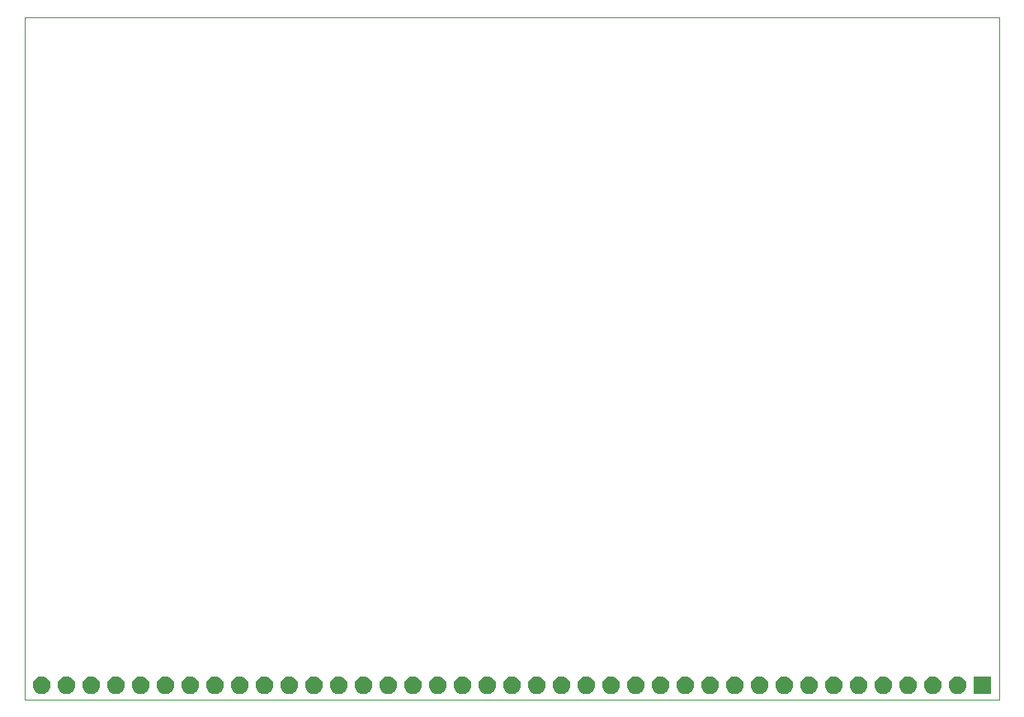
<source format=gbr>
G04 #@! TF.GenerationSoftware,KiCad,Pcbnew,(5.1.5)-3*
G04 #@! TF.CreationDate,2020-05-28T15:24:43-05:00*
G04 #@! TF.ProjectId,TFT Breakout 39P,54465420-4272-4656-916b-6f7574203339,rev?*
G04 #@! TF.SameCoordinates,Original*
G04 #@! TF.FileFunction,Soldermask,Bot*
G04 #@! TF.FilePolarity,Negative*
%FSLAX46Y46*%
G04 Gerber Fmt 4.6, Leading zero omitted, Abs format (unit mm)*
G04 Created by KiCad (PCBNEW (5.1.5)-3) date 2020-05-28 15:24:43*
%MOMM*%
%LPD*%
G04 APERTURE LIST*
G04 #@! TA.AperFunction,Profile*
%ADD10C,0.050000*%
G04 #@! TD*
%ADD11C,0.100000*%
G04 APERTURE END LIST*
D10*
X200000000Y-60000000D02*
X100000000Y-60000000D01*
X200000000Y-130000000D02*
X200000000Y-60000000D01*
X100000000Y-130000000D02*
X100000000Y-60000000D01*
X100000000Y-130000000D02*
X200000000Y-130000000D01*
D11*
G36*
X178053512Y-127603927D02*
G01*
X178202812Y-127633624D01*
X178366784Y-127701544D01*
X178514354Y-127800147D01*
X178639853Y-127925646D01*
X178738456Y-128073216D01*
X178806376Y-128237188D01*
X178841000Y-128411259D01*
X178841000Y-128588741D01*
X178806376Y-128762812D01*
X178738456Y-128926784D01*
X178639853Y-129074354D01*
X178514354Y-129199853D01*
X178366784Y-129298456D01*
X178202812Y-129366376D01*
X178053512Y-129396073D01*
X178028742Y-129401000D01*
X177851258Y-129401000D01*
X177826488Y-129396073D01*
X177677188Y-129366376D01*
X177513216Y-129298456D01*
X177365646Y-129199853D01*
X177240147Y-129074354D01*
X177141544Y-128926784D01*
X177073624Y-128762812D01*
X177039000Y-128588741D01*
X177039000Y-128411259D01*
X177073624Y-128237188D01*
X177141544Y-128073216D01*
X177240147Y-127925646D01*
X177365646Y-127800147D01*
X177513216Y-127701544D01*
X177677188Y-127633624D01*
X177826488Y-127603927D01*
X177851258Y-127599000D01*
X178028742Y-127599000D01*
X178053512Y-127603927D01*
G37*
G36*
X175513512Y-127603927D02*
G01*
X175662812Y-127633624D01*
X175826784Y-127701544D01*
X175974354Y-127800147D01*
X176099853Y-127925646D01*
X176198456Y-128073216D01*
X176266376Y-128237188D01*
X176301000Y-128411259D01*
X176301000Y-128588741D01*
X176266376Y-128762812D01*
X176198456Y-128926784D01*
X176099853Y-129074354D01*
X175974354Y-129199853D01*
X175826784Y-129298456D01*
X175662812Y-129366376D01*
X175513512Y-129396073D01*
X175488742Y-129401000D01*
X175311258Y-129401000D01*
X175286488Y-129396073D01*
X175137188Y-129366376D01*
X174973216Y-129298456D01*
X174825646Y-129199853D01*
X174700147Y-129074354D01*
X174601544Y-128926784D01*
X174533624Y-128762812D01*
X174499000Y-128588741D01*
X174499000Y-128411259D01*
X174533624Y-128237188D01*
X174601544Y-128073216D01*
X174700147Y-127925646D01*
X174825646Y-127800147D01*
X174973216Y-127701544D01*
X175137188Y-127633624D01*
X175286488Y-127603927D01*
X175311258Y-127599000D01*
X175488742Y-127599000D01*
X175513512Y-127603927D01*
G37*
G36*
X199161000Y-129401000D02*
G01*
X197359000Y-129401000D01*
X197359000Y-127599000D01*
X199161000Y-127599000D01*
X199161000Y-129401000D01*
G37*
G36*
X195833512Y-127603927D02*
G01*
X195982812Y-127633624D01*
X196146784Y-127701544D01*
X196294354Y-127800147D01*
X196419853Y-127925646D01*
X196518456Y-128073216D01*
X196586376Y-128237188D01*
X196621000Y-128411259D01*
X196621000Y-128588741D01*
X196586376Y-128762812D01*
X196518456Y-128926784D01*
X196419853Y-129074354D01*
X196294354Y-129199853D01*
X196146784Y-129298456D01*
X195982812Y-129366376D01*
X195833512Y-129396073D01*
X195808742Y-129401000D01*
X195631258Y-129401000D01*
X195606488Y-129396073D01*
X195457188Y-129366376D01*
X195293216Y-129298456D01*
X195145646Y-129199853D01*
X195020147Y-129074354D01*
X194921544Y-128926784D01*
X194853624Y-128762812D01*
X194819000Y-128588741D01*
X194819000Y-128411259D01*
X194853624Y-128237188D01*
X194921544Y-128073216D01*
X195020147Y-127925646D01*
X195145646Y-127800147D01*
X195293216Y-127701544D01*
X195457188Y-127633624D01*
X195606488Y-127603927D01*
X195631258Y-127599000D01*
X195808742Y-127599000D01*
X195833512Y-127603927D01*
G37*
G36*
X193293512Y-127603927D02*
G01*
X193442812Y-127633624D01*
X193606784Y-127701544D01*
X193754354Y-127800147D01*
X193879853Y-127925646D01*
X193978456Y-128073216D01*
X194046376Y-128237188D01*
X194081000Y-128411259D01*
X194081000Y-128588741D01*
X194046376Y-128762812D01*
X193978456Y-128926784D01*
X193879853Y-129074354D01*
X193754354Y-129199853D01*
X193606784Y-129298456D01*
X193442812Y-129366376D01*
X193293512Y-129396073D01*
X193268742Y-129401000D01*
X193091258Y-129401000D01*
X193066488Y-129396073D01*
X192917188Y-129366376D01*
X192753216Y-129298456D01*
X192605646Y-129199853D01*
X192480147Y-129074354D01*
X192381544Y-128926784D01*
X192313624Y-128762812D01*
X192279000Y-128588741D01*
X192279000Y-128411259D01*
X192313624Y-128237188D01*
X192381544Y-128073216D01*
X192480147Y-127925646D01*
X192605646Y-127800147D01*
X192753216Y-127701544D01*
X192917188Y-127633624D01*
X193066488Y-127603927D01*
X193091258Y-127599000D01*
X193268742Y-127599000D01*
X193293512Y-127603927D01*
G37*
G36*
X190753512Y-127603927D02*
G01*
X190902812Y-127633624D01*
X191066784Y-127701544D01*
X191214354Y-127800147D01*
X191339853Y-127925646D01*
X191438456Y-128073216D01*
X191506376Y-128237188D01*
X191541000Y-128411259D01*
X191541000Y-128588741D01*
X191506376Y-128762812D01*
X191438456Y-128926784D01*
X191339853Y-129074354D01*
X191214354Y-129199853D01*
X191066784Y-129298456D01*
X190902812Y-129366376D01*
X190753512Y-129396073D01*
X190728742Y-129401000D01*
X190551258Y-129401000D01*
X190526488Y-129396073D01*
X190377188Y-129366376D01*
X190213216Y-129298456D01*
X190065646Y-129199853D01*
X189940147Y-129074354D01*
X189841544Y-128926784D01*
X189773624Y-128762812D01*
X189739000Y-128588741D01*
X189739000Y-128411259D01*
X189773624Y-128237188D01*
X189841544Y-128073216D01*
X189940147Y-127925646D01*
X190065646Y-127800147D01*
X190213216Y-127701544D01*
X190377188Y-127633624D01*
X190526488Y-127603927D01*
X190551258Y-127599000D01*
X190728742Y-127599000D01*
X190753512Y-127603927D01*
G37*
G36*
X188213512Y-127603927D02*
G01*
X188362812Y-127633624D01*
X188526784Y-127701544D01*
X188674354Y-127800147D01*
X188799853Y-127925646D01*
X188898456Y-128073216D01*
X188966376Y-128237188D01*
X189001000Y-128411259D01*
X189001000Y-128588741D01*
X188966376Y-128762812D01*
X188898456Y-128926784D01*
X188799853Y-129074354D01*
X188674354Y-129199853D01*
X188526784Y-129298456D01*
X188362812Y-129366376D01*
X188213512Y-129396073D01*
X188188742Y-129401000D01*
X188011258Y-129401000D01*
X187986488Y-129396073D01*
X187837188Y-129366376D01*
X187673216Y-129298456D01*
X187525646Y-129199853D01*
X187400147Y-129074354D01*
X187301544Y-128926784D01*
X187233624Y-128762812D01*
X187199000Y-128588741D01*
X187199000Y-128411259D01*
X187233624Y-128237188D01*
X187301544Y-128073216D01*
X187400147Y-127925646D01*
X187525646Y-127800147D01*
X187673216Y-127701544D01*
X187837188Y-127633624D01*
X187986488Y-127603927D01*
X188011258Y-127599000D01*
X188188742Y-127599000D01*
X188213512Y-127603927D01*
G37*
G36*
X185673512Y-127603927D02*
G01*
X185822812Y-127633624D01*
X185986784Y-127701544D01*
X186134354Y-127800147D01*
X186259853Y-127925646D01*
X186358456Y-128073216D01*
X186426376Y-128237188D01*
X186461000Y-128411259D01*
X186461000Y-128588741D01*
X186426376Y-128762812D01*
X186358456Y-128926784D01*
X186259853Y-129074354D01*
X186134354Y-129199853D01*
X185986784Y-129298456D01*
X185822812Y-129366376D01*
X185673512Y-129396073D01*
X185648742Y-129401000D01*
X185471258Y-129401000D01*
X185446488Y-129396073D01*
X185297188Y-129366376D01*
X185133216Y-129298456D01*
X184985646Y-129199853D01*
X184860147Y-129074354D01*
X184761544Y-128926784D01*
X184693624Y-128762812D01*
X184659000Y-128588741D01*
X184659000Y-128411259D01*
X184693624Y-128237188D01*
X184761544Y-128073216D01*
X184860147Y-127925646D01*
X184985646Y-127800147D01*
X185133216Y-127701544D01*
X185297188Y-127633624D01*
X185446488Y-127603927D01*
X185471258Y-127599000D01*
X185648742Y-127599000D01*
X185673512Y-127603927D01*
G37*
G36*
X183133512Y-127603927D02*
G01*
X183282812Y-127633624D01*
X183446784Y-127701544D01*
X183594354Y-127800147D01*
X183719853Y-127925646D01*
X183818456Y-128073216D01*
X183886376Y-128237188D01*
X183921000Y-128411259D01*
X183921000Y-128588741D01*
X183886376Y-128762812D01*
X183818456Y-128926784D01*
X183719853Y-129074354D01*
X183594354Y-129199853D01*
X183446784Y-129298456D01*
X183282812Y-129366376D01*
X183133512Y-129396073D01*
X183108742Y-129401000D01*
X182931258Y-129401000D01*
X182906488Y-129396073D01*
X182757188Y-129366376D01*
X182593216Y-129298456D01*
X182445646Y-129199853D01*
X182320147Y-129074354D01*
X182221544Y-128926784D01*
X182153624Y-128762812D01*
X182119000Y-128588741D01*
X182119000Y-128411259D01*
X182153624Y-128237188D01*
X182221544Y-128073216D01*
X182320147Y-127925646D01*
X182445646Y-127800147D01*
X182593216Y-127701544D01*
X182757188Y-127633624D01*
X182906488Y-127603927D01*
X182931258Y-127599000D01*
X183108742Y-127599000D01*
X183133512Y-127603927D01*
G37*
G36*
X180593512Y-127603927D02*
G01*
X180742812Y-127633624D01*
X180906784Y-127701544D01*
X181054354Y-127800147D01*
X181179853Y-127925646D01*
X181278456Y-128073216D01*
X181346376Y-128237188D01*
X181381000Y-128411259D01*
X181381000Y-128588741D01*
X181346376Y-128762812D01*
X181278456Y-128926784D01*
X181179853Y-129074354D01*
X181054354Y-129199853D01*
X180906784Y-129298456D01*
X180742812Y-129366376D01*
X180593512Y-129396073D01*
X180568742Y-129401000D01*
X180391258Y-129401000D01*
X180366488Y-129396073D01*
X180217188Y-129366376D01*
X180053216Y-129298456D01*
X179905646Y-129199853D01*
X179780147Y-129074354D01*
X179681544Y-128926784D01*
X179613624Y-128762812D01*
X179579000Y-128588741D01*
X179579000Y-128411259D01*
X179613624Y-128237188D01*
X179681544Y-128073216D01*
X179780147Y-127925646D01*
X179905646Y-127800147D01*
X180053216Y-127701544D01*
X180217188Y-127633624D01*
X180366488Y-127603927D01*
X180391258Y-127599000D01*
X180568742Y-127599000D01*
X180593512Y-127603927D01*
G37*
G36*
X104393512Y-127603927D02*
G01*
X104542812Y-127633624D01*
X104706784Y-127701544D01*
X104854354Y-127800147D01*
X104979853Y-127925646D01*
X105078456Y-128073216D01*
X105146376Y-128237188D01*
X105181000Y-128411259D01*
X105181000Y-128588741D01*
X105146376Y-128762812D01*
X105078456Y-128926784D01*
X104979853Y-129074354D01*
X104854354Y-129199853D01*
X104706784Y-129298456D01*
X104542812Y-129366376D01*
X104393512Y-129396073D01*
X104368742Y-129401000D01*
X104191258Y-129401000D01*
X104166488Y-129396073D01*
X104017188Y-129366376D01*
X103853216Y-129298456D01*
X103705646Y-129199853D01*
X103580147Y-129074354D01*
X103481544Y-128926784D01*
X103413624Y-128762812D01*
X103379000Y-128588741D01*
X103379000Y-128411259D01*
X103413624Y-128237188D01*
X103481544Y-128073216D01*
X103580147Y-127925646D01*
X103705646Y-127800147D01*
X103853216Y-127701544D01*
X104017188Y-127633624D01*
X104166488Y-127603927D01*
X104191258Y-127599000D01*
X104368742Y-127599000D01*
X104393512Y-127603927D01*
G37*
G36*
X101853512Y-127603927D02*
G01*
X102002812Y-127633624D01*
X102166784Y-127701544D01*
X102314354Y-127800147D01*
X102439853Y-127925646D01*
X102538456Y-128073216D01*
X102606376Y-128237188D01*
X102641000Y-128411259D01*
X102641000Y-128588741D01*
X102606376Y-128762812D01*
X102538456Y-128926784D01*
X102439853Y-129074354D01*
X102314354Y-129199853D01*
X102166784Y-129298456D01*
X102002812Y-129366376D01*
X101853512Y-129396073D01*
X101828742Y-129401000D01*
X101651258Y-129401000D01*
X101626488Y-129396073D01*
X101477188Y-129366376D01*
X101313216Y-129298456D01*
X101165646Y-129199853D01*
X101040147Y-129074354D01*
X100941544Y-128926784D01*
X100873624Y-128762812D01*
X100839000Y-128588741D01*
X100839000Y-128411259D01*
X100873624Y-128237188D01*
X100941544Y-128073216D01*
X101040147Y-127925646D01*
X101165646Y-127800147D01*
X101313216Y-127701544D01*
X101477188Y-127633624D01*
X101626488Y-127603927D01*
X101651258Y-127599000D01*
X101828742Y-127599000D01*
X101853512Y-127603927D01*
G37*
G36*
X172973512Y-127603927D02*
G01*
X173122812Y-127633624D01*
X173286784Y-127701544D01*
X173434354Y-127800147D01*
X173559853Y-127925646D01*
X173658456Y-128073216D01*
X173726376Y-128237188D01*
X173761000Y-128411259D01*
X173761000Y-128588741D01*
X173726376Y-128762812D01*
X173658456Y-128926784D01*
X173559853Y-129074354D01*
X173434354Y-129199853D01*
X173286784Y-129298456D01*
X173122812Y-129366376D01*
X172973512Y-129396073D01*
X172948742Y-129401000D01*
X172771258Y-129401000D01*
X172746488Y-129396073D01*
X172597188Y-129366376D01*
X172433216Y-129298456D01*
X172285646Y-129199853D01*
X172160147Y-129074354D01*
X172061544Y-128926784D01*
X171993624Y-128762812D01*
X171959000Y-128588741D01*
X171959000Y-128411259D01*
X171993624Y-128237188D01*
X172061544Y-128073216D01*
X172160147Y-127925646D01*
X172285646Y-127800147D01*
X172433216Y-127701544D01*
X172597188Y-127633624D01*
X172746488Y-127603927D01*
X172771258Y-127599000D01*
X172948742Y-127599000D01*
X172973512Y-127603927D01*
G37*
G36*
X170433512Y-127603927D02*
G01*
X170582812Y-127633624D01*
X170746784Y-127701544D01*
X170894354Y-127800147D01*
X171019853Y-127925646D01*
X171118456Y-128073216D01*
X171186376Y-128237188D01*
X171221000Y-128411259D01*
X171221000Y-128588741D01*
X171186376Y-128762812D01*
X171118456Y-128926784D01*
X171019853Y-129074354D01*
X170894354Y-129199853D01*
X170746784Y-129298456D01*
X170582812Y-129366376D01*
X170433512Y-129396073D01*
X170408742Y-129401000D01*
X170231258Y-129401000D01*
X170206488Y-129396073D01*
X170057188Y-129366376D01*
X169893216Y-129298456D01*
X169745646Y-129199853D01*
X169620147Y-129074354D01*
X169521544Y-128926784D01*
X169453624Y-128762812D01*
X169419000Y-128588741D01*
X169419000Y-128411259D01*
X169453624Y-128237188D01*
X169521544Y-128073216D01*
X169620147Y-127925646D01*
X169745646Y-127800147D01*
X169893216Y-127701544D01*
X170057188Y-127633624D01*
X170206488Y-127603927D01*
X170231258Y-127599000D01*
X170408742Y-127599000D01*
X170433512Y-127603927D01*
G37*
G36*
X167893512Y-127603927D02*
G01*
X168042812Y-127633624D01*
X168206784Y-127701544D01*
X168354354Y-127800147D01*
X168479853Y-127925646D01*
X168578456Y-128073216D01*
X168646376Y-128237188D01*
X168681000Y-128411259D01*
X168681000Y-128588741D01*
X168646376Y-128762812D01*
X168578456Y-128926784D01*
X168479853Y-129074354D01*
X168354354Y-129199853D01*
X168206784Y-129298456D01*
X168042812Y-129366376D01*
X167893512Y-129396073D01*
X167868742Y-129401000D01*
X167691258Y-129401000D01*
X167666488Y-129396073D01*
X167517188Y-129366376D01*
X167353216Y-129298456D01*
X167205646Y-129199853D01*
X167080147Y-129074354D01*
X166981544Y-128926784D01*
X166913624Y-128762812D01*
X166879000Y-128588741D01*
X166879000Y-128411259D01*
X166913624Y-128237188D01*
X166981544Y-128073216D01*
X167080147Y-127925646D01*
X167205646Y-127800147D01*
X167353216Y-127701544D01*
X167517188Y-127633624D01*
X167666488Y-127603927D01*
X167691258Y-127599000D01*
X167868742Y-127599000D01*
X167893512Y-127603927D01*
G37*
G36*
X165353512Y-127603927D02*
G01*
X165502812Y-127633624D01*
X165666784Y-127701544D01*
X165814354Y-127800147D01*
X165939853Y-127925646D01*
X166038456Y-128073216D01*
X166106376Y-128237188D01*
X166141000Y-128411259D01*
X166141000Y-128588741D01*
X166106376Y-128762812D01*
X166038456Y-128926784D01*
X165939853Y-129074354D01*
X165814354Y-129199853D01*
X165666784Y-129298456D01*
X165502812Y-129366376D01*
X165353512Y-129396073D01*
X165328742Y-129401000D01*
X165151258Y-129401000D01*
X165126488Y-129396073D01*
X164977188Y-129366376D01*
X164813216Y-129298456D01*
X164665646Y-129199853D01*
X164540147Y-129074354D01*
X164441544Y-128926784D01*
X164373624Y-128762812D01*
X164339000Y-128588741D01*
X164339000Y-128411259D01*
X164373624Y-128237188D01*
X164441544Y-128073216D01*
X164540147Y-127925646D01*
X164665646Y-127800147D01*
X164813216Y-127701544D01*
X164977188Y-127633624D01*
X165126488Y-127603927D01*
X165151258Y-127599000D01*
X165328742Y-127599000D01*
X165353512Y-127603927D01*
G37*
G36*
X162813512Y-127603927D02*
G01*
X162962812Y-127633624D01*
X163126784Y-127701544D01*
X163274354Y-127800147D01*
X163399853Y-127925646D01*
X163498456Y-128073216D01*
X163566376Y-128237188D01*
X163601000Y-128411259D01*
X163601000Y-128588741D01*
X163566376Y-128762812D01*
X163498456Y-128926784D01*
X163399853Y-129074354D01*
X163274354Y-129199853D01*
X163126784Y-129298456D01*
X162962812Y-129366376D01*
X162813512Y-129396073D01*
X162788742Y-129401000D01*
X162611258Y-129401000D01*
X162586488Y-129396073D01*
X162437188Y-129366376D01*
X162273216Y-129298456D01*
X162125646Y-129199853D01*
X162000147Y-129074354D01*
X161901544Y-128926784D01*
X161833624Y-128762812D01*
X161799000Y-128588741D01*
X161799000Y-128411259D01*
X161833624Y-128237188D01*
X161901544Y-128073216D01*
X162000147Y-127925646D01*
X162125646Y-127800147D01*
X162273216Y-127701544D01*
X162437188Y-127633624D01*
X162586488Y-127603927D01*
X162611258Y-127599000D01*
X162788742Y-127599000D01*
X162813512Y-127603927D01*
G37*
G36*
X160273512Y-127603927D02*
G01*
X160422812Y-127633624D01*
X160586784Y-127701544D01*
X160734354Y-127800147D01*
X160859853Y-127925646D01*
X160958456Y-128073216D01*
X161026376Y-128237188D01*
X161061000Y-128411259D01*
X161061000Y-128588741D01*
X161026376Y-128762812D01*
X160958456Y-128926784D01*
X160859853Y-129074354D01*
X160734354Y-129199853D01*
X160586784Y-129298456D01*
X160422812Y-129366376D01*
X160273512Y-129396073D01*
X160248742Y-129401000D01*
X160071258Y-129401000D01*
X160046488Y-129396073D01*
X159897188Y-129366376D01*
X159733216Y-129298456D01*
X159585646Y-129199853D01*
X159460147Y-129074354D01*
X159361544Y-128926784D01*
X159293624Y-128762812D01*
X159259000Y-128588741D01*
X159259000Y-128411259D01*
X159293624Y-128237188D01*
X159361544Y-128073216D01*
X159460147Y-127925646D01*
X159585646Y-127800147D01*
X159733216Y-127701544D01*
X159897188Y-127633624D01*
X160046488Y-127603927D01*
X160071258Y-127599000D01*
X160248742Y-127599000D01*
X160273512Y-127603927D01*
G37*
G36*
X157733512Y-127603927D02*
G01*
X157882812Y-127633624D01*
X158046784Y-127701544D01*
X158194354Y-127800147D01*
X158319853Y-127925646D01*
X158418456Y-128073216D01*
X158486376Y-128237188D01*
X158521000Y-128411259D01*
X158521000Y-128588741D01*
X158486376Y-128762812D01*
X158418456Y-128926784D01*
X158319853Y-129074354D01*
X158194354Y-129199853D01*
X158046784Y-129298456D01*
X157882812Y-129366376D01*
X157733512Y-129396073D01*
X157708742Y-129401000D01*
X157531258Y-129401000D01*
X157506488Y-129396073D01*
X157357188Y-129366376D01*
X157193216Y-129298456D01*
X157045646Y-129199853D01*
X156920147Y-129074354D01*
X156821544Y-128926784D01*
X156753624Y-128762812D01*
X156719000Y-128588741D01*
X156719000Y-128411259D01*
X156753624Y-128237188D01*
X156821544Y-128073216D01*
X156920147Y-127925646D01*
X157045646Y-127800147D01*
X157193216Y-127701544D01*
X157357188Y-127633624D01*
X157506488Y-127603927D01*
X157531258Y-127599000D01*
X157708742Y-127599000D01*
X157733512Y-127603927D01*
G37*
G36*
X155193512Y-127603927D02*
G01*
X155342812Y-127633624D01*
X155506784Y-127701544D01*
X155654354Y-127800147D01*
X155779853Y-127925646D01*
X155878456Y-128073216D01*
X155946376Y-128237188D01*
X155981000Y-128411259D01*
X155981000Y-128588741D01*
X155946376Y-128762812D01*
X155878456Y-128926784D01*
X155779853Y-129074354D01*
X155654354Y-129199853D01*
X155506784Y-129298456D01*
X155342812Y-129366376D01*
X155193512Y-129396073D01*
X155168742Y-129401000D01*
X154991258Y-129401000D01*
X154966488Y-129396073D01*
X154817188Y-129366376D01*
X154653216Y-129298456D01*
X154505646Y-129199853D01*
X154380147Y-129074354D01*
X154281544Y-128926784D01*
X154213624Y-128762812D01*
X154179000Y-128588741D01*
X154179000Y-128411259D01*
X154213624Y-128237188D01*
X154281544Y-128073216D01*
X154380147Y-127925646D01*
X154505646Y-127800147D01*
X154653216Y-127701544D01*
X154817188Y-127633624D01*
X154966488Y-127603927D01*
X154991258Y-127599000D01*
X155168742Y-127599000D01*
X155193512Y-127603927D01*
G37*
G36*
X152653512Y-127603927D02*
G01*
X152802812Y-127633624D01*
X152966784Y-127701544D01*
X153114354Y-127800147D01*
X153239853Y-127925646D01*
X153338456Y-128073216D01*
X153406376Y-128237188D01*
X153441000Y-128411259D01*
X153441000Y-128588741D01*
X153406376Y-128762812D01*
X153338456Y-128926784D01*
X153239853Y-129074354D01*
X153114354Y-129199853D01*
X152966784Y-129298456D01*
X152802812Y-129366376D01*
X152653512Y-129396073D01*
X152628742Y-129401000D01*
X152451258Y-129401000D01*
X152426488Y-129396073D01*
X152277188Y-129366376D01*
X152113216Y-129298456D01*
X151965646Y-129199853D01*
X151840147Y-129074354D01*
X151741544Y-128926784D01*
X151673624Y-128762812D01*
X151639000Y-128588741D01*
X151639000Y-128411259D01*
X151673624Y-128237188D01*
X151741544Y-128073216D01*
X151840147Y-127925646D01*
X151965646Y-127800147D01*
X152113216Y-127701544D01*
X152277188Y-127633624D01*
X152426488Y-127603927D01*
X152451258Y-127599000D01*
X152628742Y-127599000D01*
X152653512Y-127603927D01*
G37*
G36*
X150113512Y-127603927D02*
G01*
X150262812Y-127633624D01*
X150426784Y-127701544D01*
X150574354Y-127800147D01*
X150699853Y-127925646D01*
X150798456Y-128073216D01*
X150866376Y-128237188D01*
X150901000Y-128411259D01*
X150901000Y-128588741D01*
X150866376Y-128762812D01*
X150798456Y-128926784D01*
X150699853Y-129074354D01*
X150574354Y-129199853D01*
X150426784Y-129298456D01*
X150262812Y-129366376D01*
X150113512Y-129396073D01*
X150088742Y-129401000D01*
X149911258Y-129401000D01*
X149886488Y-129396073D01*
X149737188Y-129366376D01*
X149573216Y-129298456D01*
X149425646Y-129199853D01*
X149300147Y-129074354D01*
X149201544Y-128926784D01*
X149133624Y-128762812D01*
X149099000Y-128588741D01*
X149099000Y-128411259D01*
X149133624Y-128237188D01*
X149201544Y-128073216D01*
X149300147Y-127925646D01*
X149425646Y-127800147D01*
X149573216Y-127701544D01*
X149737188Y-127633624D01*
X149886488Y-127603927D01*
X149911258Y-127599000D01*
X150088742Y-127599000D01*
X150113512Y-127603927D01*
G37*
G36*
X147573512Y-127603927D02*
G01*
X147722812Y-127633624D01*
X147886784Y-127701544D01*
X148034354Y-127800147D01*
X148159853Y-127925646D01*
X148258456Y-128073216D01*
X148326376Y-128237188D01*
X148361000Y-128411259D01*
X148361000Y-128588741D01*
X148326376Y-128762812D01*
X148258456Y-128926784D01*
X148159853Y-129074354D01*
X148034354Y-129199853D01*
X147886784Y-129298456D01*
X147722812Y-129366376D01*
X147573512Y-129396073D01*
X147548742Y-129401000D01*
X147371258Y-129401000D01*
X147346488Y-129396073D01*
X147197188Y-129366376D01*
X147033216Y-129298456D01*
X146885646Y-129199853D01*
X146760147Y-129074354D01*
X146661544Y-128926784D01*
X146593624Y-128762812D01*
X146559000Y-128588741D01*
X146559000Y-128411259D01*
X146593624Y-128237188D01*
X146661544Y-128073216D01*
X146760147Y-127925646D01*
X146885646Y-127800147D01*
X147033216Y-127701544D01*
X147197188Y-127633624D01*
X147346488Y-127603927D01*
X147371258Y-127599000D01*
X147548742Y-127599000D01*
X147573512Y-127603927D01*
G37*
G36*
X145033512Y-127603927D02*
G01*
X145182812Y-127633624D01*
X145346784Y-127701544D01*
X145494354Y-127800147D01*
X145619853Y-127925646D01*
X145718456Y-128073216D01*
X145786376Y-128237188D01*
X145821000Y-128411259D01*
X145821000Y-128588741D01*
X145786376Y-128762812D01*
X145718456Y-128926784D01*
X145619853Y-129074354D01*
X145494354Y-129199853D01*
X145346784Y-129298456D01*
X145182812Y-129366376D01*
X145033512Y-129396073D01*
X145008742Y-129401000D01*
X144831258Y-129401000D01*
X144806488Y-129396073D01*
X144657188Y-129366376D01*
X144493216Y-129298456D01*
X144345646Y-129199853D01*
X144220147Y-129074354D01*
X144121544Y-128926784D01*
X144053624Y-128762812D01*
X144019000Y-128588741D01*
X144019000Y-128411259D01*
X144053624Y-128237188D01*
X144121544Y-128073216D01*
X144220147Y-127925646D01*
X144345646Y-127800147D01*
X144493216Y-127701544D01*
X144657188Y-127633624D01*
X144806488Y-127603927D01*
X144831258Y-127599000D01*
X145008742Y-127599000D01*
X145033512Y-127603927D01*
G37*
G36*
X142493512Y-127603927D02*
G01*
X142642812Y-127633624D01*
X142806784Y-127701544D01*
X142954354Y-127800147D01*
X143079853Y-127925646D01*
X143178456Y-128073216D01*
X143246376Y-128237188D01*
X143281000Y-128411259D01*
X143281000Y-128588741D01*
X143246376Y-128762812D01*
X143178456Y-128926784D01*
X143079853Y-129074354D01*
X142954354Y-129199853D01*
X142806784Y-129298456D01*
X142642812Y-129366376D01*
X142493512Y-129396073D01*
X142468742Y-129401000D01*
X142291258Y-129401000D01*
X142266488Y-129396073D01*
X142117188Y-129366376D01*
X141953216Y-129298456D01*
X141805646Y-129199853D01*
X141680147Y-129074354D01*
X141581544Y-128926784D01*
X141513624Y-128762812D01*
X141479000Y-128588741D01*
X141479000Y-128411259D01*
X141513624Y-128237188D01*
X141581544Y-128073216D01*
X141680147Y-127925646D01*
X141805646Y-127800147D01*
X141953216Y-127701544D01*
X142117188Y-127633624D01*
X142266488Y-127603927D01*
X142291258Y-127599000D01*
X142468742Y-127599000D01*
X142493512Y-127603927D01*
G37*
G36*
X139953512Y-127603927D02*
G01*
X140102812Y-127633624D01*
X140266784Y-127701544D01*
X140414354Y-127800147D01*
X140539853Y-127925646D01*
X140638456Y-128073216D01*
X140706376Y-128237188D01*
X140741000Y-128411259D01*
X140741000Y-128588741D01*
X140706376Y-128762812D01*
X140638456Y-128926784D01*
X140539853Y-129074354D01*
X140414354Y-129199853D01*
X140266784Y-129298456D01*
X140102812Y-129366376D01*
X139953512Y-129396073D01*
X139928742Y-129401000D01*
X139751258Y-129401000D01*
X139726488Y-129396073D01*
X139577188Y-129366376D01*
X139413216Y-129298456D01*
X139265646Y-129199853D01*
X139140147Y-129074354D01*
X139041544Y-128926784D01*
X138973624Y-128762812D01*
X138939000Y-128588741D01*
X138939000Y-128411259D01*
X138973624Y-128237188D01*
X139041544Y-128073216D01*
X139140147Y-127925646D01*
X139265646Y-127800147D01*
X139413216Y-127701544D01*
X139577188Y-127633624D01*
X139726488Y-127603927D01*
X139751258Y-127599000D01*
X139928742Y-127599000D01*
X139953512Y-127603927D01*
G37*
G36*
X137413512Y-127603927D02*
G01*
X137562812Y-127633624D01*
X137726784Y-127701544D01*
X137874354Y-127800147D01*
X137999853Y-127925646D01*
X138098456Y-128073216D01*
X138166376Y-128237188D01*
X138201000Y-128411259D01*
X138201000Y-128588741D01*
X138166376Y-128762812D01*
X138098456Y-128926784D01*
X137999853Y-129074354D01*
X137874354Y-129199853D01*
X137726784Y-129298456D01*
X137562812Y-129366376D01*
X137413512Y-129396073D01*
X137388742Y-129401000D01*
X137211258Y-129401000D01*
X137186488Y-129396073D01*
X137037188Y-129366376D01*
X136873216Y-129298456D01*
X136725646Y-129199853D01*
X136600147Y-129074354D01*
X136501544Y-128926784D01*
X136433624Y-128762812D01*
X136399000Y-128588741D01*
X136399000Y-128411259D01*
X136433624Y-128237188D01*
X136501544Y-128073216D01*
X136600147Y-127925646D01*
X136725646Y-127800147D01*
X136873216Y-127701544D01*
X137037188Y-127633624D01*
X137186488Y-127603927D01*
X137211258Y-127599000D01*
X137388742Y-127599000D01*
X137413512Y-127603927D01*
G37*
G36*
X134873512Y-127603927D02*
G01*
X135022812Y-127633624D01*
X135186784Y-127701544D01*
X135334354Y-127800147D01*
X135459853Y-127925646D01*
X135558456Y-128073216D01*
X135626376Y-128237188D01*
X135661000Y-128411259D01*
X135661000Y-128588741D01*
X135626376Y-128762812D01*
X135558456Y-128926784D01*
X135459853Y-129074354D01*
X135334354Y-129199853D01*
X135186784Y-129298456D01*
X135022812Y-129366376D01*
X134873512Y-129396073D01*
X134848742Y-129401000D01*
X134671258Y-129401000D01*
X134646488Y-129396073D01*
X134497188Y-129366376D01*
X134333216Y-129298456D01*
X134185646Y-129199853D01*
X134060147Y-129074354D01*
X133961544Y-128926784D01*
X133893624Y-128762812D01*
X133859000Y-128588741D01*
X133859000Y-128411259D01*
X133893624Y-128237188D01*
X133961544Y-128073216D01*
X134060147Y-127925646D01*
X134185646Y-127800147D01*
X134333216Y-127701544D01*
X134497188Y-127633624D01*
X134646488Y-127603927D01*
X134671258Y-127599000D01*
X134848742Y-127599000D01*
X134873512Y-127603927D01*
G37*
G36*
X132333512Y-127603927D02*
G01*
X132482812Y-127633624D01*
X132646784Y-127701544D01*
X132794354Y-127800147D01*
X132919853Y-127925646D01*
X133018456Y-128073216D01*
X133086376Y-128237188D01*
X133121000Y-128411259D01*
X133121000Y-128588741D01*
X133086376Y-128762812D01*
X133018456Y-128926784D01*
X132919853Y-129074354D01*
X132794354Y-129199853D01*
X132646784Y-129298456D01*
X132482812Y-129366376D01*
X132333512Y-129396073D01*
X132308742Y-129401000D01*
X132131258Y-129401000D01*
X132106488Y-129396073D01*
X131957188Y-129366376D01*
X131793216Y-129298456D01*
X131645646Y-129199853D01*
X131520147Y-129074354D01*
X131421544Y-128926784D01*
X131353624Y-128762812D01*
X131319000Y-128588741D01*
X131319000Y-128411259D01*
X131353624Y-128237188D01*
X131421544Y-128073216D01*
X131520147Y-127925646D01*
X131645646Y-127800147D01*
X131793216Y-127701544D01*
X131957188Y-127633624D01*
X132106488Y-127603927D01*
X132131258Y-127599000D01*
X132308742Y-127599000D01*
X132333512Y-127603927D01*
G37*
G36*
X129793512Y-127603927D02*
G01*
X129942812Y-127633624D01*
X130106784Y-127701544D01*
X130254354Y-127800147D01*
X130379853Y-127925646D01*
X130478456Y-128073216D01*
X130546376Y-128237188D01*
X130581000Y-128411259D01*
X130581000Y-128588741D01*
X130546376Y-128762812D01*
X130478456Y-128926784D01*
X130379853Y-129074354D01*
X130254354Y-129199853D01*
X130106784Y-129298456D01*
X129942812Y-129366376D01*
X129793512Y-129396073D01*
X129768742Y-129401000D01*
X129591258Y-129401000D01*
X129566488Y-129396073D01*
X129417188Y-129366376D01*
X129253216Y-129298456D01*
X129105646Y-129199853D01*
X128980147Y-129074354D01*
X128881544Y-128926784D01*
X128813624Y-128762812D01*
X128779000Y-128588741D01*
X128779000Y-128411259D01*
X128813624Y-128237188D01*
X128881544Y-128073216D01*
X128980147Y-127925646D01*
X129105646Y-127800147D01*
X129253216Y-127701544D01*
X129417188Y-127633624D01*
X129566488Y-127603927D01*
X129591258Y-127599000D01*
X129768742Y-127599000D01*
X129793512Y-127603927D01*
G37*
G36*
X127253512Y-127603927D02*
G01*
X127402812Y-127633624D01*
X127566784Y-127701544D01*
X127714354Y-127800147D01*
X127839853Y-127925646D01*
X127938456Y-128073216D01*
X128006376Y-128237188D01*
X128041000Y-128411259D01*
X128041000Y-128588741D01*
X128006376Y-128762812D01*
X127938456Y-128926784D01*
X127839853Y-129074354D01*
X127714354Y-129199853D01*
X127566784Y-129298456D01*
X127402812Y-129366376D01*
X127253512Y-129396073D01*
X127228742Y-129401000D01*
X127051258Y-129401000D01*
X127026488Y-129396073D01*
X126877188Y-129366376D01*
X126713216Y-129298456D01*
X126565646Y-129199853D01*
X126440147Y-129074354D01*
X126341544Y-128926784D01*
X126273624Y-128762812D01*
X126239000Y-128588741D01*
X126239000Y-128411259D01*
X126273624Y-128237188D01*
X126341544Y-128073216D01*
X126440147Y-127925646D01*
X126565646Y-127800147D01*
X126713216Y-127701544D01*
X126877188Y-127633624D01*
X127026488Y-127603927D01*
X127051258Y-127599000D01*
X127228742Y-127599000D01*
X127253512Y-127603927D01*
G37*
G36*
X124713512Y-127603927D02*
G01*
X124862812Y-127633624D01*
X125026784Y-127701544D01*
X125174354Y-127800147D01*
X125299853Y-127925646D01*
X125398456Y-128073216D01*
X125466376Y-128237188D01*
X125501000Y-128411259D01*
X125501000Y-128588741D01*
X125466376Y-128762812D01*
X125398456Y-128926784D01*
X125299853Y-129074354D01*
X125174354Y-129199853D01*
X125026784Y-129298456D01*
X124862812Y-129366376D01*
X124713512Y-129396073D01*
X124688742Y-129401000D01*
X124511258Y-129401000D01*
X124486488Y-129396073D01*
X124337188Y-129366376D01*
X124173216Y-129298456D01*
X124025646Y-129199853D01*
X123900147Y-129074354D01*
X123801544Y-128926784D01*
X123733624Y-128762812D01*
X123699000Y-128588741D01*
X123699000Y-128411259D01*
X123733624Y-128237188D01*
X123801544Y-128073216D01*
X123900147Y-127925646D01*
X124025646Y-127800147D01*
X124173216Y-127701544D01*
X124337188Y-127633624D01*
X124486488Y-127603927D01*
X124511258Y-127599000D01*
X124688742Y-127599000D01*
X124713512Y-127603927D01*
G37*
G36*
X122173512Y-127603927D02*
G01*
X122322812Y-127633624D01*
X122486784Y-127701544D01*
X122634354Y-127800147D01*
X122759853Y-127925646D01*
X122858456Y-128073216D01*
X122926376Y-128237188D01*
X122961000Y-128411259D01*
X122961000Y-128588741D01*
X122926376Y-128762812D01*
X122858456Y-128926784D01*
X122759853Y-129074354D01*
X122634354Y-129199853D01*
X122486784Y-129298456D01*
X122322812Y-129366376D01*
X122173512Y-129396073D01*
X122148742Y-129401000D01*
X121971258Y-129401000D01*
X121946488Y-129396073D01*
X121797188Y-129366376D01*
X121633216Y-129298456D01*
X121485646Y-129199853D01*
X121360147Y-129074354D01*
X121261544Y-128926784D01*
X121193624Y-128762812D01*
X121159000Y-128588741D01*
X121159000Y-128411259D01*
X121193624Y-128237188D01*
X121261544Y-128073216D01*
X121360147Y-127925646D01*
X121485646Y-127800147D01*
X121633216Y-127701544D01*
X121797188Y-127633624D01*
X121946488Y-127603927D01*
X121971258Y-127599000D01*
X122148742Y-127599000D01*
X122173512Y-127603927D01*
G37*
G36*
X119633512Y-127603927D02*
G01*
X119782812Y-127633624D01*
X119946784Y-127701544D01*
X120094354Y-127800147D01*
X120219853Y-127925646D01*
X120318456Y-128073216D01*
X120386376Y-128237188D01*
X120421000Y-128411259D01*
X120421000Y-128588741D01*
X120386376Y-128762812D01*
X120318456Y-128926784D01*
X120219853Y-129074354D01*
X120094354Y-129199853D01*
X119946784Y-129298456D01*
X119782812Y-129366376D01*
X119633512Y-129396073D01*
X119608742Y-129401000D01*
X119431258Y-129401000D01*
X119406488Y-129396073D01*
X119257188Y-129366376D01*
X119093216Y-129298456D01*
X118945646Y-129199853D01*
X118820147Y-129074354D01*
X118721544Y-128926784D01*
X118653624Y-128762812D01*
X118619000Y-128588741D01*
X118619000Y-128411259D01*
X118653624Y-128237188D01*
X118721544Y-128073216D01*
X118820147Y-127925646D01*
X118945646Y-127800147D01*
X119093216Y-127701544D01*
X119257188Y-127633624D01*
X119406488Y-127603927D01*
X119431258Y-127599000D01*
X119608742Y-127599000D01*
X119633512Y-127603927D01*
G37*
G36*
X117093512Y-127603927D02*
G01*
X117242812Y-127633624D01*
X117406784Y-127701544D01*
X117554354Y-127800147D01*
X117679853Y-127925646D01*
X117778456Y-128073216D01*
X117846376Y-128237188D01*
X117881000Y-128411259D01*
X117881000Y-128588741D01*
X117846376Y-128762812D01*
X117778456Y-128926784D01*
X117679853Y-129074354D01*
X117554354Y-129199853D01*
X117406784Y-129298456D01*
X117242812Y-129366376D01*
X117093512Y-129396073D01*
X117068742Y-129401000D01*
X116891258Y-129401000D01*
X116866488Y-129396073D01*
X116717188Y-129366376D01*
X116553216Y-129298456D01*
X116405646Y-129199853D01*
X116280147Y-129074354D01*
X116181544Y-128926784D01*
X116113624Y-128762812D01*
X116079000Y-128588741D01*
X116079000Y-128411259D01*
X116113624Y-128237188D01*
X116181544Y-128073216D01*
X116280147Y-127925646D01*
X116405646Y-127800147D01*
X116553216Y-127701544D01*
X116717188Y-127633624D01*
X116866488Y-127603927D01*
X116891258Y-127599000D01*
X117068742Y-127599000D01*
X117093512Y-127603927D01*
G37*
G36*
X114553512Y-127603927D02*
G01*
X114702812Y-127633624D01*
X114866784Y-127701544D01*
X115014354Y-127800147D01*
X115139853Y-127925646D01*
X115238456Y-128073216D01*
X115306376Y-128237188D01*
X115341000Y-128411259D01*
X115341000Y-128588741D01*
X115306376Y-128762812D01*
X115238456Y-128926784D01*
X115139853Y-129074354D01*
X115014354Y-129199853D01*
X114866784Y-129298456D01*
X114702812Y-129366376D01*
X114553512Y-129396073D01*
X114528742Y-129401000D01*
X114351258Y-129401000D01*
X114326488Y-129396073D01*
X114177188Y-129366376D01*
X114013216Y-129298456D01*
X113865646Y-129199853D01*
X113740147Y-129074354D01*
X113641544Y-128926784D01*
X113573624Y-128762812D01*
X113539000Y-128588741D01*
X113539000Y-128411259D01*
X113573624Y-128237188D01*
X113641544Y-128073216D01*
X113740147Y-127925646D01*
X113865646Y-127800147D01*
X114013216Y-127701544D01*
X114177188Y-127633624D01*
X114326488Y-127603927D01*
X114351258Y-127599000D01*
X114528742Y-127599000D01*
X114553512Y-127603927D01*
G37*
G36*
X112013512Y-127603927D02*
G01*
X112162812Y-127633624D01*
X112326784Y-127701544D01*
X112474354Y-127800147D01*
X112599853Y-127925646D01*
X112698456Y-128073216D01*
X112766376Y-128237188D01*
X112801000Y-128411259D01*
X112801000Y-128588741D01*
X112766376Y-128762812D01*
X112698456Y-128926784D01*
X112599853Y-129074354D01*
X112474354Y-129199853D01*
X112326784Y-129298456D01*
X112162812Y-129366376D01*
X112013512Y-129396073D01*
X111988742Y-129401000D01*
X111811258Y-129401000D01*
X111786488Y-129396073D01*
X111637188Y-129366376D01*
X111473216Y-129298456D01*
X111325646Y-129199853D01*
X111200147Y-129074354D01*
X111101544Y-128926784D01*
X111033624Y-128762812D01*
X110999000Y-128588741D01*
X110999000Y-128411259D01*
X111033624Y-128237188D01*
X111101544Y-128073216D01*
X111200147Y-127925646D01*
X111325646Y-127800147D01*
X111473216Y-127701544D01*
X111637188Y-127633624D01*
X111786488Y-127603927D01*
X111811258Y-127599000D01*
X111988742Y-127599000D01*
X112013512Y-127603927D01*
G37*
G36*
X109473512Y-127603927D02*
G01*
X109622812Y-127633624D01*
X109786784Y-127701544D01*
X109934354Y-127800147D01*
X110059853Y-127925646D01*
X110158456Y-128073216D01*
X110226376Y-128237188D01*
X110261000Y-128411259D01*
X110261000Y-128588741D01*
X110226376Y-128762812D01*
X110158456Y-128926784D01*
X110059853Y-129074354D01*
X109934354Y-129199853D01*
X109786784Y-129298456D01*
X109622812Y-129366376D01*
X109473512Y-129396073D01*
X109448742Y-129401000D01*
X109271258Y-129401000D01*
X109246488Y-129396073D01*
X109097188Y-129366376D01*
X108933216Y-129298456D01*
X108785646Y-129199853D01*
X108660147Y-129074354D01*
X108561544Y-128926784D01*
X108493624Y-128762812D01*
X108459000Y-128588741D01*
X108459000Y-128411259D01*
X108493624Y-128237188D01*
X108561544Y-128073216D01*
X108660147Y-127925646D01*
X108785646Y-127800147D01*
X108933216Y-127701544D01*
X109097188Y-127633624D01*
X109246488Y-127603927D01*
X109271258Y-127599000D01*
X109448742Y-127599000D01*
X109473512Y-127603927D01*
G37*
G36*
X106933512Y-127603927D02*
G01*
X107082812Y-127633624D01*
X107246784Y-127701544D01*
X107394354Y-127800147D01*
X107519853Y-127925646D01*
X107618456Y-128073216D01*
X107686376Y-128237188D01*
X107721000Y-128411259D01*
X107721000Y-128588741D01*
X107686376Y-128762812D01*
X107618456Y-128926784D01*
X107519853Y-129074354D01*
X107394354Y-129199853D01*
X107246784Y-129298456D01*
X107082812Y-129366376D01*
X106933512Y-129396073D01*
X106908742Y-129401000D01*
X106731258Y-129401000D01*
X106706488Y-129396073D01*
X106557188Y-129366376D01*
X106393216Y-129298456D01*
X106245646Y-129199853D01*
X106120147Y-129074354D01*
X106021544Y-128926784D01*
X105953624Y-128762812D01*
X105919000Y-128588741D01*
X105919000Y-128411259D01*
X105953624Y-128237188D01*
X106021544Y-128073216D01*
X106120147Y-127925646D01*
X106245646Y-127800147D01*
X106393216Y-127701544D01*
X106557188Y-127633624D01*
X106706488Y-127603927D01*
X106731258Y-127599000D01*
X106908742Y-127599000D01*
X106933512Y-127603927D01*
G37*
M02*

</source>
